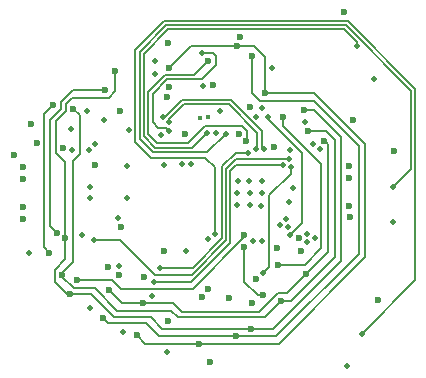
<source format=gbr>
%TF.GenerationSoftware,KiCad,Pcbnew,(5.1.6)-1*%
%TF.CreationDate,2024-07-23T23:35:14+05:30*%
%TF.ProjectId,Project_OAK_MAIN_BRD_V0.1,50726f6a-6563-4745-9f4f-414b5f4d4149,A*%
%TF.SameCoordinates,Original*%
%TF.FileFunction,Copper,L3,Inr*%
%TF.FilePolarity,Positive*%
%FSLAX46Y46*%
G04 Gerber Fmt 4.6, Leading zero omitted, Abs format (unit mm)*
G04 Created by KiCad (PCBNEW (5.1.6)-1) date 2024-07-23 23:35:14*
%MOMM*%
%LPD*%
G01*
G04 APERTURE LIST*
%TA.AperFunction,ViaPad*%
%ADD10C,0.500000*%
%TD*%
%TA.AperFunction,ViaPad*%
%ADD11C,0.600000*%
%TD*%
%TA.AperFunction,ViaPad*%
%ADD12C,0.450000*%
%TD*%
%TA.AperFunction,Conductor*%
%ADD13C,0.142000*%
%TD*%
%TA.AperFunction,Conductor*%
%ADD14C,0.200000*%
%TD*%
%TA.AperFunction,Conductor*%
%ADD15C,0.156000*%
%TD*%
G04 APERTURE END LIST*
D10*
%TO.N,+3V0*%
X62738000Y-89357200D03*
D11*
X56680100Y-91313000D03*
X56680100Y-92313000D03*
X56680100Y-94678500D03*
X56680100Y-95678500D03*
X84239100Y-91186000D03*
X84239100Y-94551500D03*
X68981228Y-80817628D03*
X80035400Y-97307400D03*
X84331032Y-95551500D03*
X84259800Y-92186000D03*
X68877839Y-85360385D03*
X78206600Y-98145600D03*
X63855600Y-99745800D03*
X72339200Y-101650800D03*
X77960698Y-89623779D03*
D10*
X72339200Y-97409000D03*
D11*
X70421500Y-88519000D03*
D10*
X62293500Y-89852500D03*
X64722427Y-95618276D03*
X84074000Y-108140500D03*
X86360000Y-83820000D03*
X88011000Y-95948544D03*
X81801732Y-89743051D03*
%TO.N,GND*%
X81356200Y-97282000D03*
X80721200Y-96977200D03*
D11*
X68600506Y-98425000D03*
D10*
X74828400Y-92456000D03*
X75828400Y-92456000D03*
X76860400Y-92456000D03*
X74803000Y-93481400D03*
X75844400Y-93497400D03*
X76885800Y-93497400D03*
X74803000Y-94538800D03*
X75844400Y-94538800D03*
X76809600Y-94564200D03*
X80746600Y-97612200D03*
D11*
X66928999Y-100584000D03*
X64846200Y-86563200D03*
X69062600Y-84556600D03*
X71863679Y-102294150D03*
D10*
X67818000Y-82296000D03*
X71882000Y-84391500D03*
X67818000Y-83375500D03*
X77787500Y-82867500D03*
X68834000Y-106934000D03*
X62357000Y-103251000D03*
X65151000Y-105219500D03*
X57150000Y-98552000D03*
X64770000Y-99695000D03*
X67564000Y-102171500D03*
D11*
X76413628Y-100739082D03*
D10*
X80518000Y-87452200D03*
X76860400Y-86334600D03*
X60731400Y-88112600D03*
X68605400Y-91084400D03*
X70154800Y-91053610D03*
D11*
X75922568Y-86239510D03*
X64960499Y-96393001D03*
D10*
X62377010Y-93022005D03*
D11*
X62801500Y-91122500D03*
D10*
X61633100Y-97028000D03*
X70866004Y-91062510D03*
D11*
X84592920Y-87343945D03*
X88074495Y-89915995D03*
X86741000Y-102552500D03*
D10*
X81229200Y-89306398D03*
D11*
X83820000Y-78181200D03*
D10*
%TO.N,/LGT_ON_BTN*%
X73830983Y-88470436D03*
X88011000Y-92964000D03*
%TO.N,/UP_BTN*%
X72269736Y-88378136D03*
X84963000Y-81026000D03*
%TO.N,/MCU_RSTn*%
X68249800Y-99822000D03*
X79237087Y-89833582D03*
X75741805Y-90062612D03*
D11*
%TO.N,/C1_T*%
X74142612Y-102362000D03*
X78270100Y-99568000D03*
X78689200Y-87096600D03*
%TO.N,/C3_T*%
X75049317Y-80283208D03*
X72755983Y-84338387D03*
D10*
%TO.N,Net-(D1-Pad2)*%
X71814590Y-81626810D03*
X69045715Y-88221251D03*
D11*
%TO.N,/R1*%
X66340291Y-105540510D03*
X77138574Y-85018536D03*
X71551800Y-106235492D03*
X74777600Y-81076800D03*
X69062600Y-82899478D03*
%TO.N,/C6_T*%
X55880000Y-90297006D03*
X64820800Y-100457000D03*
%TO.N,/R2*%
X63398400Y-104038400D03*
X74714088Y-105635490D03*
X76047600Y-81851500D03*
%TO.N,/R3*%
X64490600Y-83185000D03*
X80429100Y-86487000D03*
X60236100Y-97258722D03*
X76007558Y-104979691D03*
X60628084Y-102073124D03*
%TO.N,/R4*%
X59983844Y-100455278D03*
X80783677Y-88255833D03*
X78508306Y-102644510D03*
X60938109Y-86373277D03*
D10*
X79547410Y-93035140D03*
D11*
%TO.N,/R5*%
X63930084Y-101661397D03*
X66865500Y-102806500D03*
X58902600Y-98552002D03*
X59236079Y-86000983D03*
X80619600Y-100380800D03*
X80213202Y-98374200D03*
X82182486Y-89077990D03*
%TO.N,/R6*%
X68935600Y-104330500D03*
X57819990Y-89217500D03*
X76085203Y-102811243D03*
D10*
%TO.N,Net-(Q5-Pad2)*%
X76403200Y-87020400D03*
X73342508Y-86550500D03*
%TO.N,Net-(Q6-Pad2)*%
X68389208Y-88572672D03*
X65605343Y-88125576D03*
D11*
%TO.N,/EXT_3V3_IN*%
X57315100Y-87630000D03*
X72491600Y-107822996D03*
D12*
%TO.N,/+3V0_MON_LED*%
X72318360Y-87057797D03*
D10*
%TO.N,/DBG_RX*%
X60845755Y-89890600D03*
D11*
%TO.N,/R2_R*%
X72361227Y-82292003D03*
X75554607Y-89074628D03*
X60059662Y-89694108D03*
%TO.N,/R3_R*%
X63601600Y-84759800D03*
X74980995Y-88516965D03*
X59528010Y-96837050D03*
D10*
%TO.N,/DBG_TX*%
X62088121Y-86588600D03*
%TO.N,/RTC_SCL*%
X69056532Y-87496935D03*
X76377800Y-89738200D03*
%TO.N,/RTC_SDA*%
X68478400Y-87045800D03*
X77078023Y-89754833D03*
%TO.N,/C6*%
X62637727Y-97506445D03*
X79200415Y-90616974D03*
%TO.N,/+3V0_VOL_MON*%
X70459584Y-98425008D03*
X79155190Y-94255975D03*
%TO.N,/C5*%
X67721790Y-100999190D03*
X78663800Y-91137984D03*
%TO.N,/C4*%
X77000084Y-100271549D03*
X79341531Y-91313191D03*
%TO.N,/C3*%
X77393800Y-87045800D03*
X79248191Y-97079978D03*
%TO.N,/C2*%
X63548400Y-87322800D03*
X76881554Y-97585739D03*
%TO.N,/C1*%
X76123800Y-97536000D03*
D12*
X71640611Y-87147491D03*
D11*
%TO.N,/R4_R*%
X75405073Y-98061871D03*
X76974933Y-102166636D03*
%TO.N,/R5_R*%
X75377283Y-97045856D03*
X61214554Y-100837445D03*
D10*
%TO.N,/ICSP_MOSI*%
X79136750Y-96388894D03*
%TO.N,/ICSP_MISO*%
X78453052Y-96209810D03*
%TO.N,/ICSP_SCK*%
X78948264Y-95701810D03*
%TO.N,/DWN_BTN*%
X72923400Y-96951800D03*
X85356186Y-105422186D03*
%TO.N,/RTC_INTO*%
X65468500Y-91186000D03*
X73047808Y-88444412D03*
%TO.N,/RTC_CLKO*%
X65474000Y-93922000D03*
%TO.N,/RTC_CLKO_EN*%
X62299002Y-93922000D03*
%TD*%
D13*
%TO.N,/LGT_ON_BTN*%
X89540851Y-84817527D02*
X84008535Y-79285211D01*
X66537011Y-81544989D02*
X66537011Y-88913335D01*
X84008535Y-79285211D02*
X68796789Y-79285211D01*
X68796789Y-79285211D02*
X66537011Y-81544989D01*
X66537011Y-88913335D02*
X67642165Y-90018489D01*
X72282930Y-90018489D02*
X73830983Y-88470436D01*
X89540851Y-91434149D02*
X89540851Y-84817527D01*
X88011000Y-92964000D02*
X89540851Y-91434149D01*
X67642165Y-90018489D02*
X72282930Y-90018489D01*
%TO.N,/UP_BTN*%
X84963000Y-80746600D02*
X84963000Y-81026000D01*
X68938454Y-79627222D02*
X83843622Y-79627222D01*
X70985872Y-89662000D02*
X67881500Y-89662000D01*
X72269736Y-88378136D02*
X70985872Y-89662000D01*
X83843622Y-79627222D02*
X84963000Y-80746600D01*
X67881500Y-89662000D02*
X66879022Y-88659522D01*
X66879022Y-81686654D02*
X68938454Y-79627222D01*
X66879022Y-88659522D02*
X66879022Y-81686654D01*
%TO.N,/MCU_RSTn*%
X73533000Y-91224100D02*
X74694488Y-90062612D01*
X74694488Y-90062612D02*
X75741805Y-90062612D01*
X73533000Y-97332800D02*
X73533000Y-91224100D01*
X68249800Y-99822000D02*
X71043800Y-99822000D01*
X71043800Y-99822000D02*
X73533000Y-97332800D01*
D14*
%TO.N,/C1_T*%
X81906201Y-98179799D02*
X81906201Y-91017857D01*
X80518000Y-99568000D02*
X81906201Y-98179799D01*
X81906201Y-91017857D02*
X78689200Y-87800856D01*
X78270100Y-99568000D02*
X80518000Y-99568000D01*
X78689200Y-87800856D02*
X78689200Y-87096600D01*
D13*
%TO.N,Net-(D1-Pad2)*%
X72736810Y-81626810D02*
X71814590Y-81626810D01*
X73025000Y-81915000D02*
X72736810Y-81626810D01*
X71798103Y-83870499D02*
X73025000Y-82643602D01*
X68834301Y-83870499D02*
X71798103Y-83870499D01*
X68795716Y-87971252D02*
X68095752Y-87971252D01*
X68095752Y-87971252D02*
X67635044Y-87510544D01*
X73025000Y-82643602D02*
X73025000Y-81915000D01*
X69045715Y-88221251D02*
X68795716Y-87971252D01*
X67635044Y-87510544D02*
X67635044Y-85069756D01*
X67635044Y-85069756D02*
X68834301Y-83870499D01*
D14*
%TO.N,/R1*%
X67035273Y-106235492D02*
X71551800Y-106235492D01*
X66340291Y-105540510D02*
X67035273Y-106235492D01*
X70885278Y-81076800D02*
X69062600Y-82899478D01*
X74777600Y-81076800D02*
X70885278Y-81076800D01*
X77138574Y-85018536D02*
X77138574Y-81964574D01*
X76250800Y-81076800D02*
X74777600Y-81076800D01*
X77138574Y-81964574D02*
X76250800Y-81076800D01*
X85661500Y-98933000D02*
X78359008Y-106235492D01*
X78359008Y-106235492D02*
X71976064Y-106235492D01*
X81329736Y-85018536D02*
X85661500Y-89350300D01*
X71976064Y-106235492D02*
X71551800Y-106235492D01*
X77138574Y-85018536D02*
X81329736Y-85018536D01*
X85661500Y-89350300D02*
X85661500Y-98933000D01*
%TO.N,/R2*%
X74679098Y-105600500D02*
X74714088Y-105635490D01*
X67094100Y-104521000D02*
X68173600Y-105600500D01*
X68173600Y-105600500D02*
X74679098Y-105600500D01*
X63398400Y-104038400D02*
X63881000Y-104521000D01*
X63881000Y-104521000D02*
X67094100Y-104521000D01*
X76047600Y-85026500D02*
X76047600Y-81851500D01*
X76746100Y-85725000D02*
X76047600Y-85026500D01*
X78070010Y-105635490D02*
X85090000Y-98615500D01*
X74714088Y-105635490D02*
X78070010Y-105635490D01*
X81280000Y-85725000D02*
X76746100Y-85725000D01*
X85090000Y-98615500D02*
X85090000Y-89535000D01*
X85090000Y-89535000D02*
X81280000Y-85725000D01*
%TO.N,/R3*%
X63915001Y-85410601D02*
X60829899Y-85410601D01*
X60236100Y-96834458D02*
X60236100Y-97258722D01*
X60829899Y-85410601D02*
X60280511Y-85959989D01*
X64490600Y-83185000D02*
X64490600Y-84835002D01*
X60280511Y-85959989D02*
X60280511Y-86525689D01*
X59436000Y-90106500D02*
X60236100Y-90906600D01*
X59436000Y-87370200D02*
X59436000Y-90106500D01*
X60236100Y-90906600D02*
X60236100Y-96834458D01*
X60280511Y-86525689D02*
X59436000Y-87370200D01*
X64490600Y-84835002D02*
X63915001Y-85410601D01*
X83566000Y-99250500D02*
X77836809Y-104979691D01*
X83566000Y-88773000D02*
X83566000Y-99250500D01*
X77836809Y-104979691D02*
X76007558Y-104979691D01*
X80429100Y-86487000D02*
X81280000Y-86487000D01*
X81280000Y-86487000D02*
X83566000Y-88773000D01*
X64389000Y-104013000D02*
X62449124Y-102073124D01*
X67475100Y-104013000D02*
X64389000Y-104013000D01*
X62449124Y-102073124D02*
X60628084Y-102073124D01*
X68441791Y-104979691D02*
X67475100Y-104013000D01*
X76007558Y-104979691D02*
X68441791Y-104979691D01*
X59343582Y-100999582D02*
X60417124Y-102073124D01*
X59343582Y-99973156D02*
X59343582Y-100999582D01*
X60417124Y-102073124D02*
X60628084Y-102073124D01*
X60236100Y-97258722D02*
X60236100Y-99080638D01*
X60236100Y-99080638D02*
X59343582Y-99973156D01*
%TO.N,/R4*%
X83058000Y-98933000D02*
X79346490Y-102644510D01*
X83058000Y-89005446D02*
X83058000Y-98933000D01*
X79346490Y-102644510D02*
X78508306Y-102644510D01*
X80783677Y-88255833D02*
X82308387Y-88255833D01*
X82308387Y-88255833D02*
X83058000Y-89005446D01*
X78208307Y-102944509D02*
X78508306Y-102644510D01*
X77139816Y-104013000D02*
X78208307Y-102944509D01*
X69215000Y-103441500D02*
X69786500Y-104013000D01*
X69786500Y-104013000D02*
X77139816Y-104013000D01*
X59983844Y-100560344D02*
X60960000Y-101536500D01*
X59983844Y-100455278D02*
X59983844Y-100560344D01*
X62738000Y-101536500D02*
X64643000Y-103441500D01*
X60960000Y-101536500D02*
X62738000Y-101536500D01*
X64643000Y-103441500D02*
X69215000Y-103441500D01*
X59983844Y-100290156D02*
X60906099Y-99367901D01*
X59983844Y-100455278D02*
X59983844Y-100290156D01*
X60906099Y-90785003D02*
X61468000Y-90223102D01*
X61468000Y-86903168D02*
X60938109Y-86373277D01*
X60906099Y-99367901D02*
X60906099Y-90785003D01*
X61468000Y-90223102D02*
X61468000Y-86903168D01*
%TO.N,/R5*%
X65075187Y-102806500D02*
X66865500Y-102806500D01*
X63930084Y-101661397D02*
X65075187Y-102806500D01*
X58902600Y-98552002D02*
X58420000Y-98069402D01*
X58420000Y-98069402D02*
X58420000Y-86817062D01*
X58420000Y-86817062D02*
X59236079Y-86000983D01*
X79044800Y-101955600D02*
X80619600Y-100380800D01*
X69405500Y-102806500D02*
X70167500Y-103568500D01*
X78231380Y-101955600D02*
X79044800Y-101955600D01*
X76618480Y-103568500D02*
X78231380Y-101955600D01*
X66865500Y-102806500D02*
X69405500Y-102806500D01*
X70167500Y-103568500D02*
X76618480Y-103568500D01*
X82486500Y-89382004D02*
X82182486Y-89077990D01*
X82486500Y-98513900D02*
X82486500Y-89382004D01*
X80619600Y-100380800D02*
X82486500Y-98513900D01*
%TO.N,/R2_R*%
X75628500Y-89000735D02*
X75554607Y-89074628D01*
X75628500Y-88201500D02*
X75628500Y-89000735D01*
X72073129Y-87796354D02*
X75223354Y-87796354D01*
X70611716Y-89257767D02*
X72073129Y-87796354D01*
X75223354Y-87796354D02*
X75628500Y-88201500D01*
X72361227Y-82292003D02*
X71153742Y-83499488D01*
X71153742Y-83499488D02*
X68671912Y-83499488D01*
X68671912Y-83499488D02*
X67257033Y-84914367D01*
X68048767Y-89257767D02*
X70611716Y-89257767D01*
X67257033Y-84914367D02*
X67257033Y-88466033D01*
X67257033Y-88466033D02*
X68048767Y-89257767D01*
%TO.N,/R3_R*%
X58966100Y-96275140D02*
X59528010Y-96837050D01*
X59880500Y-85794300D02*
X59880500Y-86360000D01*
X60915000Y-84759800D02*
X59880500Y-85794300D01*
X59880500Y-86360000D02*
X58966100Y-87274400D01*
X58966100Y-87274400D02*
X58966100Y-96275140D01*
X63601600Y-84759800D02*
X60915000Y-84759800D01*
D13*
%TO.N,/RTC_SCL*%
X76517500Y-88379300D02*
X76517500Y-89598500D01*
X70307501Y-85965999D02*
X74104199Y-85965999D01*
X69056532Y-87216968D02*
X70307501Y-85965999D01*
X76517500Y-89598500D02*
X76377800Y-89738200D01*
X74104199Y-85965999D02*
X76517500Y-88379300D01*
X69056532Y-87496935D02*
X69056532Y-87216968D01*
%TO.N,/RTC_SDA*%
X76898500Y-88276624D02*
X76898500Y-89575310D01*
X74245864Y-85623988D02*
X76898500Y-88276624D01*
X68478400Y-87045800D02*
X68719700Y-87045800D01*
X70141512Y-85623988D02*
X74245864Y-85623988D01*
X68719700Y-87045800D02*
X70141512Y-85623988D01*
X76898500Y-89575310D02*
X77078023Y-89754833D01*
%TO.N,/C6*%
X74737026Y-90616974D02*
X78846862Y-90616974D01*
X78846862Y-90616974D02*
X79200415Y-90616974D01*
X64892845Y-97506445D02*
X67804411Y-100418011D01*
X62637727Y-97506445D02*
X64892845Y-97506445D01*
X73875011Y-91478989D02*
X74737026Y-90616974D01*
X67804411Y-100418011D02*
X70955789Y-100418011D01*
X73875011Y-97498789D02*
X73875011Y-91478989D01*
X70955789Y-100418011D02*
X73875011Y-97498789D01*
%TO.N,/C5*%
X74738644Y-91137984D02*
X78310247Y-91137984D01*
X74217022Y-91659606D02*
X74738644Y-91137984D01*
X74217022Y-97690178D02*
X74217022Y-91659606D01*
X67721790Y-100999190D02*
X70908010Y-100999190D01*
X70908010Y-100999190D02*
X74217022Y-97690178D01*
X78310247Y-91137984D02*
X78663800Y-91137984D01*
D15*
%TO.N,/C4*%
X77533500Y-99738133D02*
X77000084Y-100271549D01*
X77533500Y-93662500D02*
X77533500Y-99738133D01*
X79341531Y-91313191D02*
X79341531Y-91854469D01*
X79341531Y-91854469D02*
X77533500Y-93662500D01*
%TO.N,/C3*%
X77393800Y-87045800D02*
X77393800Y-87236300D01*
X77393800Y-87236300D02*
X80264000Y-90106500D01*
X80264000Y-96064169D02*
X79248191Y-97079978D01*
X80264000Y-90106500D02*
X80264000Y-96064169D01*
D14*
%TO.N,/R4_R*%
X75405073Y-98061871D02*
X75405073Y-100995573D01*
X76576136Y-102166636D02*
X76974933Y-102166636D01*
X75405073Y-100995573D02*
X76576136Y-102166636D01*
%TO.N,/R5_R*%
X64185245Y-100837445D02*
X61214554Y-100837445D01*
X64947800Y-101600000D02*
X64185245Y-100837445D01*
X71018400Y-101600000D02*
X64947800Y-101600000D01*
X75377283Y-97045856D02*
X75377283Y-97241117D01*
X75377283Y-97241117D02*
X71018400Y-101600000D01*
D13*
%TO.N,/DWN_BTN*%
X66167000Y-81407000D02*
X66167000Y-89154000D01*
X89882862Y-100895510D02*
X89882862Y-84675862D01*
X85356186Y-105422186D02*
X89882862Y-100895510D01*
X89882862Y-84675862D02*
X84150200Y-78943200D01*
X84150200Y-78943200D02*
X68630800Y-78943200D01*
X68630800Y-78943200D02*
X66167000Y-81407000D01*
X72923400Y-96951800D02*
X72923400Y-91313000D01*
X72923400Y-91313000D02*
X72097900Y-90487500D01*
X72097900Y-90487500D02*
X67500500Y-90487500D01*
X66167000Y-89154000D02*
X67500500Y-90487500D01*
%TD*%
M02*

</source>
